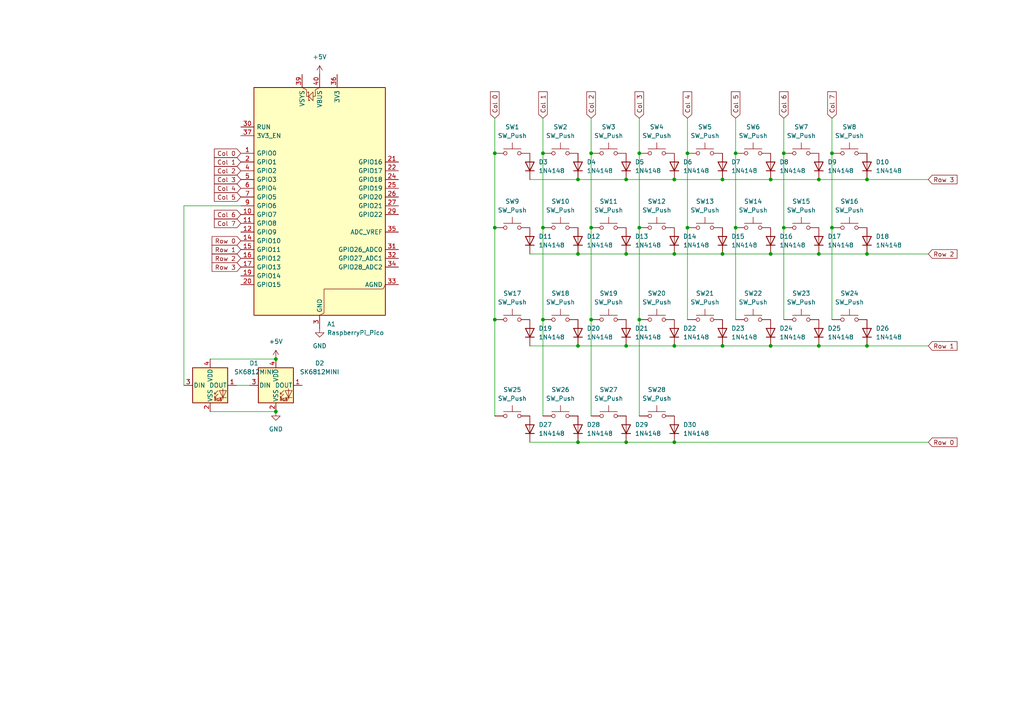
<source format=kicad_sch>
(kicad_sch (version 20250114) (generator "eeschema") (generator_version "9.0")
  (paper "A4")
  (lib_symbols
    (symbol "Diode:1N4148" (pin_numbers (hide yes)) (pin_names (hide yes))
      (property "Reference" "D" (at 0 2.54 0))
      (property "Value" "1N4148" (at 0 -2.54 0))
      (symbol "1N4148_0_1"
        (polyline (pts (xy -1.27 1.27) (xy -1.27 -1.27)) (stroke (width 0.254)))
        (polyline (pts (xy 1.27 1.27) (xy 1.27 -1.27) (xy -1.27 0) (xy 1.27 1.27)) (stroke (width 0.254)))
        (polyline (pts (xy 1.27 0) (xy -1.27 0)))
      )
      (symbol "1N4148_1_1"
        (pin passive line (at -3.81 0 0) (length 2.54) (name "K") (number "1"))
        (pin passive line (at 3.81 0 180) (length 2.54) (name "A") (number "2"))
      )
    )
    (symbol "LED:SK6812MINI" (pin_names (offset 0.254))
      (property "Reference" "D" (at 5.08 5.715 0))
      (property "Value" "SK6812MINI" (at 1.27 -5.715 0))
      (symbol "SK6812MINI_0_0"
        (text "RGB" (at 2.286 -4.191 0) (effects (font (size 0.762 0.762))))
      )
      (symbol "SK6812MINI_0_1"
        (polyline (pts (xy 1.27 -2.54) (xy 1.778 -2.54)))
        (polyline (pts (xy 1.27 -3.556) (xy 1.778 -3.556)))
        (polyline (pts (xy 2.286 -1.524) (xy 1.27 -2.54) (xy 1.27 -2.032)))
        (polyline (pts (xy 2.286 -2.54) (xy 1.27 -3.556) (xy 1.27 -3.048)))
        (polyline (pts (xy 3.683 -1.016) (xy 3.683 -3.556) (xy 3.683 -4.064)))
        (polyline (pts (xy 4.699 -1.524) (xy 2.667 -1.524) (xy 3.683 -3.556) (xy 4.699 -1.524)))
        (polyline (pts (xy 4.699 -3.556) (xy 2.667 -3.556)))
        (rectangle (start 5.08 5.08) (end -5.08 -5.08) (stroke (width 0.254)) (fill (type background)))
      )
      (symbol "SK6812MINI_1_1"
        (pin input line (at -7.62 0 0) (length 2.54) (name "DIN") (number "3"))
        (pin power_in line (at 0 7.62 270) (length 2.54) (name "VDD") (number "4"))
        (pin power_in line (at 0 -7.62 90) (length 2.54) (name "VSS") (number "2"))
        (pin output line (at 7.62 0 180) (length 2.54) (name "DOUT") (number "1"))
      )
    )
    (symbol "MCU_Module:RaspberryPi_Pico" (pin_names (offset 0.762))
      (property "Reference" "A" (at -19.05 35.56 0))
      (property "Value" "RaspberryPi_Pico" (at 7.62 35.56 0))
      (symbol "RaspberryPi_Pico_0_1"
        (rectangle (start -19.05 34.29) (end 19.05 -31.75) (stroke (width 0.254)) (fill (type background)))
        (polyline (pts (xy -5.08 34.29) (xy -3.81 33.655) (xy -3.81 31.75) (xy -3.175 31.75)))
        (polyline (pts (xy -3.429 32.766) (xy -3.429 33.02) (xy -3.175 33.02) (xy -3.175 30.48) (xy -2.921 30.48) (xy -2.921 30.734)))
        (polyline (pts (xy -3.175 31.75) (xy -1.905 33.02) (xy -1.905 30.48) (xy -3.175 31.75)))
        (polyline (pts (xy 0 34.29) (xy -1.27 33.655) (xy -1.27 31.75) (xy -1.905 31.75)))
        (polyline (pts (xy 0 -31.75) (xy 1.27 -31.115) (xy 1.27 -24.13) (xy 18.415 -24.13) (xy 19.05 -22.86)))
      )
      (symbol "RaspberryPi_Pico_1_1"
        (pin passive line (at -22.86 22.86 0) (length 3.81) (name "RUN") (number "30"))
        (pin passive line (at -22.86 20.32 0) (length 3.81) (name "3V3_EN") (number "37"))
        (pin bidirectional line (at -22.86 15.24 0) (length 3.81) (name "GPIO0") (number "1"))
        (pin bidirectional line (at -22.86 12.7 0) (length 3.81) (name "GPIO1") (number "2"))
        (pin bidirectional line (at -22.86 10.16 0) (length 3.81) (name "GPIO2") (number "4"))
        (pin bidirectional line (at -22.86 7.62 0) (length 3.81) (name "GPIO3") (number "5"))
        (pin bidirectional line (at -22.86 5.08 0) (length 3.81) (name "GPIO4") (number "6"))
        (pin bidirectional line (at -22.86 2.54 0) (length 3.81) (name "GPIO5") (number "7"))
        (pin bidirectional line (at -22.86 0 0) (length 3.81) (name "GPIO6") (number "9"))
        (pin bidirectional line (at -22.86 -2.54 0) (length 3.81) (name "GPIO7") (number "10"))
        (pin bidirectional line (at -22.86 -5.08 0) (length 3.81) (name "GPIO8") (number "11"))
        (pin bidirectional line (at -22.86 -7.62 0) (length 3.81) (name "GPIO9") (number "12"))
        (pin bidirectional line (at -22.86 -10.16 0) (length 3.81) (name "GPIO10") (number "14"))
        (pin bidirectional line (at -22.86 -12.7 0) (length 3.81) (name "GPIO11") (number "15"))
        (pin bidirectional line (at -22.86 -15.24 0) (length 3.81) (name "GPIO12") (number "16"))
        (pin bidirectional line (at -22.86 -17.78 0) (length 3.81) (name "GPIO13") (number "17"))
        (pin bidirectional line (at -22.86 -20.32 0) (length 3.81) (name "GPIO14") (number "19"))
        (pin bidirectional line (at -22.86 -22.86 0) (length 3.81) (name "GPIO15") (number "20"))
        (pin power_in line (at -5.08 38.1 270) (length 3.81) (name "VSYS") (number "39"))
        (pin power_out line (at 0 38.1 270) (length 3.81) (name "VBUS") (number "40"))
        (pin passive line (at 0 -35.56 90) (length 3.81) (hide yes) (name "GND") (number "13"))
        (pin passive line (at 0 -35.56 90) (length 3.81) (hide yes) (name "GND") (number "18"))
        (pin passive line (at 0 -35.56 90) (length 3.81) (hide yes) (name "GND") (number "23"))
        (pin passive line (at 0 -35.56 90) (length 3.81) (hide yes) (name "GND") (number "28"))
        (pin power_out line (at 0 -35.56 90) (length 3.81) (name "GND") (number "3"))
        (pin passive line (at 0 -35.56 90) (length 3.81) (hide yes) (name "GND") (number "38"))
        (pin passive line (at 0 -35.56 90) (length 3.81) (hide yes) (name "GND") (number "8"))
        (pin power_out line (at 5.08 38.1 270) (length 3.81) (name "3V3") (number "36"))
        (pin bidirectional line (at 22.86 12.7 180) (length 3.81) (name "GPIO16") (number "21"))
        (pin bidirectional line (at 22.86 10.16 180) (length 3.81) (name "GPIO17") (number "22"))
        (pin bidirectional line (at 22.86 7.62 180) (length 3.81) (name "GPIO18") (number "24"))
        (pin bidirectional line (at 22.86 5.08 180) (length 3.81) (name "GPIO19") (number "25"))
        (pin bidirectional line (at 22.86 2.54 180) (length 3.81) (name "GPIO20") (number "26"))
        (pin bidirectional line (at 22.86 0 180) (length 3.81) (name "GPIO21") (number "27"))
        (pin bidirectional line (at 22.86 -2.54 180) (length 3.81) (name "GPIO22") (number "29"))
        (pin power_in line (at 22.86 -7.62 180) (length 3.81) (name "ADC_VREF") (number "35"))
        (pin bidirectional line (at 22.86 -12.7 180) (length 3.81) (name "GPIO26_ADC0") (number "31"))
        (pin bidirectional line (at 22.86 -15.24 180) (length 3.81) (name "GPIO27_ADC1") (number "32"))
        (pin bidirectional line (at 22.86 -17.78 180) (length 3.81) (name "GPIO28_ADC2") (number "34"))
        (pin power_out line (at 22.86 -22.86 180) (length 3.81) (name "AGND") (number "33"))
      )
    )
    (symbol "Switch:SW_Push" (pin_numbers (hide yes)) (pin_names (offset 1.016) (hide yes))
      (property "Reference" "SW" (at 1.27 2.54 0))
      (property "Value" "SW_Push" (at 0 -1.524 0))
      (symbol "SW_Push_0_1"
        (circle (center -2.032 0) (radius 0.508))
        (polyline (pts (xy 0 1.27) (xy 0 3.048)))
        (circle (center 2.032 0) (radius 0.508))
        (polyline (pts (xy 2.54 1.27) (xy -2.54 1.27)))
        (pin passive line (at -5.08 0 0) (length 2.54) (name "1") (number "1"))
        (pin passive line (at 5.08 0 180) (length 2.54) (name "2") (number "2"))
      )
    )
    (symbol "power:+5V" (power) (pin_numbers (hide yes)) (pin_names (offset 0) (hide yes))
      (property "Value" "+5V" (at 0 3.556 0))
      (symbol "+5V_0_1"
        (polyline (pts (xy -0.762 1.27) (xy 0 2.54)))
        (polyline (pts (xy 0 2.54) (xy 0.762 1.27)))
        (polyline (pts (xy 0 0) (xy 0 2.54)))
      )
      (symbol "+5V_1_1"
        (pin power_in line (at 0 0 90) (length 0) (name "~") (number "1"))
      )
    )
    (symbol "power:GND" (power) (pin_numbers (hide yes)) (pin_names (offset 0) (hide yes))
      (property "Value" "GND" (at 0 -3.81 0))
      (symbol "GND_0_1"
        (polyline (pts (xy 0 0) (xy 0 -1.27) (xy 1.27 -1.27) (xy 0 -2.54) (xy -1.27 -1.27) (xy 0 -1.27)))
      )
      (symbol "GND_1_1"
        (pin power_in line (at 0 0 270) (length 0) (name "~") (number "1"))
      )
    )
  )
  (junction (at 181.61 100.33))
  (junction (at 157.48 44.45))
  (junction (at 209.55 52.07))
  (junction (at 223.52 52.07))
  (junction (at 157.48 92.71))
  (junction (at 237.49 52.07))
  (junction (at 167.64 100.33))
  (junction (at 171.45 66.04))
  (junction (at 223.52 73.66))
  (junction (at 209.55 100.33))
  (junction (at 167.64 73.66))
  (junction (at 213.36 66.04))
  (junction (at 199.39 66.04))
  (junction (at 167.64 128.27))
  (junction (at 80.01 104.14))
  (junction (at 167.64 52.07))
  (junction (at 241.3 66.04))
  (junction (at 227.33 44.45))
  (junction (at 195.58 52.07))
  (junction (at 181.61 128.27))
  (junction (at 199.39 44.45))
  (junction (at 185.42 44.45))
  (junction (at 195.58 73.66))
  (junction (at 143.51 44.45))
  (junction (at 143.51 66.04))
  (junction (at 157.48 66.04))
  (junction (at 237.49 100.33))
  (junction (at 195.58 100.33))
  (junction (at 251.46 52.07))
  (junction (at 185.42 66.04))
  (junction (at 241.3 44.45))
  (junction (at 171.45 44.45))
  (junction (at 181.61 52.07))
  (junction (at 251.46 73.66))
  (junction (at 80.01 119.38))
  (junction (at 213.36 44.45))
  (junction (at 143.51 92.71))
  (junction (at 237.49 73.66))
  (junction (at 195.58 128.27))
  (junction (at 227.33 66.04))
  (junction (at 185.42 92.71))
  (junction (at 251.46 100.33))
  (junction (at 223.52 100.33))
  (junction (at 209.55 73.66))
  (junction (at 181.61 73.66))
  (junction (at 171.45 92.71))
  (wire (pts (xy 53.34 59.69) (xy 69.85 59.69)))
  (wire (pts (xy 227.33 66.04) (xy 227.33 92.71)))
  (wire (pts (xy 209.55 73.66) (xy 223.52 73.66)))
  (wire (pts (xy 251.46 100.33) (xy 269.24 100.33)))
  (wire (pts (xy 195.58 73.66) (xy 209.55 73.66)))
  (wire (pts (xy 223.52 52.07) (xy 237.49 52.07)))
  (wire (pts (xy 199.39 44.45) (xy 199.39 66.04)))
  (wire (pts (xy 209.55 52.07) (xy 223.52 52.07)))
  (wire (pts (xy 171.45 92.71) (xy 171.45 120.65)))
  (wire (pts (xy 60.96 104.14) (xy 80.01 104.14)))
  (wire (pts (xy 143.51 92.71) (xy 143.51 120.65)))
  (wire (pts (xy 199.39 34.29) (xy 199.39 44.45)))
  (wire (pts (xy 241.3 44.45) (xy 241.3 66.04)))
  (wire (pts (xy 199.39 66.04) (xy 199.39 92.71)))
  (wire (pts (xy 53.34 111.76) (xy 53.34 59.69)))
  (wire (pts (xy 157.48 44.45) (xy 157.48 66.04)))
  (wire (pts (xy 251.46 73.66) (xy 269.24 73.66)))
  (wire (pts (xy 181.61 100.33) (xy 195.58 100.33)))
  (wire (pts (xy 213.36 66.04) (xy 213.36 92.71)))
  (wire (pts (xy 209.55 100.33) (xy 223.52 100.33)))
  (wire (pts (xy 171.45 44.45) (xy 171.45 66.04)))
  (wire (pts (xy 227.33 34.29) (xy 227.33 44.45)))
  (wire (pts (xy 171.45 34.29) (xy 171.45 44.45)))
  (wire (pts (xy 241.3 34.29) (xy 241.3 44.45)))
  (wire (pts (xy 227.33 44.45) (xy 227.33 66.04)))
  (wire (pts (xy 185.42 66.04) (xy 185.42 92.71)))
  (wire (pts (xy 237.49 52.07) (xy 251.46 52.07)))
  (wire (pts (xy 153.67 100.33) (xy 167.64 100.33)))
  (wire (pts (xy 68.58 111.76) (xy 72.39 111.76)))
  (wire (pts (xy 181.61 73.66) (xy 195.58 73.66)))
  (wire (pts (xy 157.48 66.04) (xy 157.48 92.71)))
  (wire (pts (xy 157.48 92.71) (xy 157.48 120.65)))
  (wire (pts (xy 157.48 34.29) (xy 157.48 44.45)))
  (wire (pts (xy 143.51 66.04) (xy 143.51 92.71)))
  (wire (pts (xy 143.51 34.29) (xy 143.51 44.45)))
  (wire (pts (xy 143.51 44.45) (xy 143.51 66.04)))
  (wire (pts (xy 181.61 52.07) (xy 195.58 52.07)))
  (wire (pts (xy 167.64 73.66) (xy 181.61 73.66)))
  (wire (pts (xy 213.36 44.45) (xy 213.36 66.04)))
  (wire (pts (xy 195.58 52.07) (xy 209.55 52.07)))
  (wire (pts (xy 185.42 44.45) (xy 185.42 66.04)))
  (wire (pts (xy 223.52 100.33) (xy 237.49 100.33)))
  (wire (pts (xy 237.49 73.66) (xy 251.46 73.66)))
  (wire (pts (xy 223.52 73.66) (xy 237.49 73.66)))
  (wire (pts (xy 153.67 128.27) (xy 167.64 128.27)))
  (wire (pts (xy 60.96 119.38) (xy 80.01 119.38)))
  (wire (pts (xy 185.42 34.29) (xy 185.42 44.45)))
  (wire (pts (xy 167.64 52.07) (xy 181.61 52.07)))
  (wire (pts (xy 167.64 100.33) (xy 181.61 100.33)))
  (wire (pts (xy 195.58 128.27) (xy 269.24 128.27)))
  (wire (pts (xy 213.36 34.29) (xy 213.36 44.45)))
  (wire (pts (xy 251.46 52.07) (xy 269.24 52.07)))
  (wire (pts (xy 171.45 66.04) (xy 171.45 92.71)))
  (wire (pts (xy 153.67 52.07) (xy 167.64 52.07)))
  (wire (pts (xy 195.58 100.33) (xy 209.55 100.33)))
  (wire (pts (xy 181.61 128.27) (xy 195.58 128.27)))
  (wire (pts (xy 185.42 92.71) (xy 185.42 120.65)))
  (wire (pts (xy 237.49 100.33) (xy 251.46 100.33)))
  (wire (pts (xy 167.64 128.27) (xy 181.61 128.27)))
  (wire (pts (xy 153.67 73.66) (xy 167.64 73.66)))
  (wire (pts (xy 241.3 66.04) (xy 241.3 92.71)))
  (global_label "Col 6" (shape input) (at 227.33 34.29 90) (property "Intersheetrefs" "${INTERSHEET_REFS}" (effects (hide yes))))
  (global_label "Col 5" (shape input) (at 213.36 34.29 90) (property "Intersheetrefs" "${INTERSHEET_REFS}" (effects (hide yes))))
  (global_label "Row 3" (shape input) (at 269.24 52.07 0) (property "Intersheetrefs" "${INTERSHEET_REFS}" (effects (hide yes))))
  (global_label "Col 7" (shape input) (at 69.85 64.77 180) (property "Intersheetrefs" "${INTERSHEET_REFS}" (effects (hide yes))))
  (global_label "Col 6" (shape input) (at 69.85 62.23 180) (property "Intersheetrefs" "${INTERSHEET_REFS}" (effects (hide yes))))
  (global_label "Col 4" (shape input) (at 199.39 34.29 90) (property "Intersheetrefs" "${INTERSHEET_REFS}" (effects (hide yes))))
  (global_label "Row 1" (shape input) (at 269.24 100.33 0) (property "Intersheetrefs" "${INTERSHEET_REFS}" (effects (hide yes))))
  (global_label "Row 1" (shape input) (at 69.85 72.39 180) (property "Intersheetrefs" "${INTERSHEET_REFS}" (effects (hide yes))))
  (global_label "Col 1" (shape input) (at 69.85 46.99 180) (property "Intersheetrefs" "${INTERSHEET_REFS}" (effects (hide yes))))
  (global_label "Col 4" (shape input) (at 69.85 54.61 180) (property "Intersheetrefs" "${INTERSHEET_REFS}" (effects (hide yes))))
  (global_label "Col 0" (shape input) (at 69.85 44.45 180) (property "Intersheetrefs" "${INTERSHEET_REFS}" (effects (hide yes))))
  (global_label "Row 0" (shape input) (at 269.24 128.27 0) (property "Intersheetrefs" "${INTERSHEET_REFS}" (effects (hide yes))))
  (global_label "Col 3" (shape input) (at 185.42 34.29 90) (property "Intersheetrefs" "${INTERSHEET_REFS}" (effects (hide yes))))
  (global_label "Col 5" (shape input) (at 69.85 57.15 180) (property "Intersheetrefs" "${INTERSHEET_REFS}" (effects (hide yes))))
  (global_label "Col 2" (shape input) (at 69.85 49.53 180) (property "Intersheetrefs" "${INTERSHEET_REFS}" (effects (hide yes))))
  (global_label "Col 7" (shape input) (at 241.3 34.29 90) (property "Intersheetrefs" "${INTERSHEET_REFS}" (effects (hide yes))))
  (global_label "Col 2" (shape input) (at 171.45 34.29 90) (property "Intersheetrefs" "${INTERSHEET_REFS}" (effects (hide yes))))
  (global_label "Row 3" (shape input) (at 69.85 77.47 180) (property "Intersheetrefs" "${INTERSHEET_REFS}" (effects (hide yes))))
  (global_label "Col 3" (shape input) (at 69.85 52.07 180) (property "Intersheetrefs" "${INTERSHEET_REFS}" (effects (hide yes))))
  (global_label "Row 0" (shape input) (at 69.85 69.85 180) (property "Intersheetrefs" "${INTERSHEET_REFS}" (effects (hide yes))))
  (global_label "Row 2" (shape input) (at 69.85 74.93 180) (property "Intersheetrefs" "${INTERSHEET_REFS}" (effects (hide yes))))
  (global_label "Row 2" (shape input) (at 269.24 73.66 0) (property "Intersheetrefs" "${INTERSHEET_REFS}" (effects (hide yes))))
  (global_label "Col 1" (shape input) (at 157.48 34.29 90) (property "Intersheetrefs" "${INTERSHEET_REFS}" (effects (hide yes))))
  (global_label "Col 0" (shape input) (at 143.51 34.29 90) (property "Intersheetrefs" "${INTERSHEET_REFS}" (effects (hide yes))))
  (symbol (lib_id "Switch:SW_Push") (at 204.47 66.04 0) (unit 1)
    (property "Reference" "SW13" (at 204.47 58.42 0))
    (property "Value" "SW_Push" (at 204.47 60.96 0))
    (property "Footprint" "Button_Switch_Keyboard:SW_Cherry_MX_1.00u_PCB" (effects (hide yes)))
    (property "Description" "Push button switch, generic, two pins" (effects (hide yes)))
  )
  (symbol (lib_id "Diode:1N4148") (at 195.58 96.52 90) (unit 1)
    (property "Reference" "D22" (at 198.12 95.2499 90) (effects (justify right)))
    (property "Value" "1N4148" (at 198.12 97.7899 90) (effects (justify right)))
    (property "Footprint" "Diode_THT:D_DO-35_SOD27_P7.62mm_Horizontal" (effects (hide yes)))
    (property "Datasheet" "https://assets.nexperia.com/documents/data-sheet/1N4148_1N4448.pdf" (effects (hide yes)))
    (property "Description" "100V 0.15A standard switching diode, DO-35" (effects (hide yes)))
    (property "Sim.Device" "D" (effects (hide yes)))
    (property "Sim.Pins" "1=K 2=A" (effects (hide yes)))
  )
  (symbol (lib_id "Switch:SW_Push") (at 232.41 66.04 0) (unit 1)
    (property "Reference" "SW15" (at 232.41 58.42 0))
    (property "Value" "SW_Push" (at 232.41 60.96 0))
    (property "Footprint" "Button_Switch_Keyboard:SW_Cherry_MX_1.00u_PCB" (effects (hide yes)))
    (property "Description" "Push button switch, generic, two pins" (effects (hide yes)))
  )
  (symbol (lib_id "Diode:1N4148") (at 251.46 96.52 90) (unit 1)
    (property "Reference" "D26" (at 254 95.2499 90) (effects (justify right)))
    (property "Value" "1N4148" (at 254 97.7899 90) (effects (justify right)))
    (property "Footprint" "Diode_THT:D_DO-35_SOD27_P7.62mm_Horizontal" (effects (hide yes)))
    (property "Datasheet" "https://assets.nexperia.com/documents/data-sheet/1N4148_1N4448.pdf" (effects (hide yes)))
    (property "Description" "100V 0.15A standard switching diode, DO-35" (effects (hide yes)))
    (property "Sim.Device" "D" (effects (hide yes)))
    (property "Sim.Pins" "1=K 2=A" (effects (hide yes)))
  )
  (symbol (lib_id "Diode:1N4148") (at 223.52 69.85 90) (unit 1)
    (property "Reference" "D16" (at 226.06 68.5799 90) (effects (justify right)))
    (property "Value" "1N4148" (at 226.06 71.1199 90) (effects (justify right)))
    (property "Footprint" "Diode_THT:D_DO-35_SOD27_P7.62mm_Horizontal" (effects (hide yes)))
    (property "Datasheet" "https://assets.nexperia.com/documents/data-sheet/1N4148_1N4448.pdf" (effects (hide yes)))
    (property "Description" "100V 0.15A standard switching diode, DO-35" (effects (hide yes)))
    (property "Sim.Device" "D" (effects (hide yes)))
    (property "Sim.Pins" "1=K 2=A" (effects (hide yes)))
  )
  (symbol (lib_id "Switch:SW_Push") (at 148.59 44.45 0) (unit 1)
    (property "Reference" "SW1" (at 148.59 36.83 0))
    (property "Value" "SW_Push" (at 148.59 39.37 0))
    (property "Footprint" "Button_Switch_Keyboard:SW_Cherry_MX_1.00u_PCB" (effects (hide yes)))
    (property "Description" "Push button switch, generic, two pins" (effects (hide yes)))
  )
  (symbol (lib_id "Switch:SW_Push") (at 176.53 92.71 0) (unit 1)
    (property "Reference" "SW19" (at 176.53 85.09 0))
    (property "Value" "SW_Push" (at 176.53 87.63 0))
    (property "Footprint" "Button_Switch_Keyboard:SW_Cherry_MX_1.00u_PCB" (effects (hide yes)))
    (property "Description" "Push button switch, generic, two pins" (effects (hide yes)))
  )
  (symbol (lib_id "Switch:SW_Push") (at 162.56 44.45 0) (unit 1)
    (property "Reference" "SW2" (at 162.56 36.83 0))
    (property "Value" "SW_Push" (at 162.56 39.37 0))
    (property "Footprint" "Button_Switch_Keyboard:SW_Cherry_MX_1.00u_PCB" (effects (hide yes)))
    (property "Description" "Push button switch, generic, two pins" (effects (hide yes)))
  )
  (symbol (lib_id "Diode:1N4148") (at 181.61 96.52 90) (unit 1)
    (property "Reference" "D21" (at 184.15 95.2499 90) (effects (justify right)))
    (property "Value" "1N4148" (at 184.15 97.7899 90) (effects (justify right)))
    (property "Footprint" "Diode_THT:D_DO-35_SOD27_P7.62mm_Horizontal" (effects (hide yes)))
    (property "Datasheet" "https://assets.nexperia.com/documents/data-sheet/1N4148_1N4448.pdf" (effects (hide yes)))
    (property "Description" "100V 0.15A standard switching diode, DO-35" (effects (hide yes)))
    (property "Sim.Device" "D" (effects (hide yes)))
    (property "Sim.Pins" "1=K 2=A" (effects (hide yes)))
  )
  (symbol (lib_id "MCU_Module:RaspberryPi_Pico") (at 92.71 59.69 0) (unit 1)
    (property "Reference" "A1" (at 94.8533 93.98 0) (effects (justify left)))
    (property "Value" "RaspberryPi_Pico" (at 94.8533 96.52 0) (effects (justify left)))
    (property "Footprint" "Module:RaspberryPi_Pico_Common_Unspecified" (effects (hide yes)))
    (property "Datasheet" "https://datasheets.raspberrypi.com/pico/pico-datasheet.pdf" (effects (hide yes)))
    (property "Description" "Versatile and inexpensive microcontroller module powered by RP2040 dual-core Arm Cortex-M0+ processor up to 133 MHz, 264kB SRAM, 2MB QSPI flash; also supports Raspberry Pi Pico 2" (effects (hide yes)))
  )
  (symbol (lib_id "power:GND") (at 92.71 95.25 0) (unit 1)
    (property "Reference" "#PWR03" (effects (hide yes)))
    (property "Value" "GND" (at 92.71 100.33 0))
    (property "Description" "Power symbol creates a global label with name \"GND\" , ground" (effects (hide yes)))
  )
  (symbol (lib_id "Diode:1N4148") (at 209.55 69.85 90) (unit 1)
    (property "Reference" "D15" (at 212.09 68.5799 90) (effects (justify right)))
    (property "Value" "1N4148" (at 212.09 71.1199 90) (effects (justify right)))
    (property "Footprint" "Diode_THT:D_DO-35_SOD27_P7.62mm_Horizontal" (effects (hide yes)))
    (property "Datasheet" "https://assets.nexperia.com/documents/data-sheet/1N4148_1N4448.pdf" (effects (hide yes)))
    (property "Description" "100V 0.15A standard switching diode, DO-35" (effects (hide yes)))
    (property "Sim.Device" "D" (effects (hide yes)))
    (property "Sim.Pins" "1=K 2=A" (effects (hide yes)))
  )
  (symbol (lib_id "Switch:SW_Push") (at 162.56 120.65 0) (unit 1)
    (property "Reference" "SW26" (at 162.56 113.03 0))
    (property "Value" "SW_Push" (at 162.56 115.57 0))
    (property "Footprint" "Button_Switch_Keyboard:SW_Cherry_MX_1.00u_PCB" (effects (hide yes)))
    (property "Description" "Push button switch, generic, two pins" (effects (hide yes)))
  )
  (symbol (lib_id "Diode:1N4148") (at 209.55 48.26 90) (unit 1)
    (property "Reference" "D7" (at 212.09 46.9899 90) (effects (justify right)))
    (property "Value" "1N4148" (at 212.09 49.5299 90) (effects (justify right)))
    (property "Footprint" "Diode_THT:D_DO-35_SOD27_P7.62mm_Horizontal" (effects (hide yes)))
    (property "Datasheet" "https://assets.nexperia.com/documents/data-sheet/1N4148_1N4448.pdf" (effects (hide yes)))
    (property "Description" "100V 0.15A standard switching diode, DO-35" (effects (hide yes)))
    (property "Sim.Device" "D" (effects (hide yes)))
    (property "Sim.Pins" "1=K 2=A" (effects (hide yes)))
  )
  (symbol (lib_id "Diode:1N4148") (at 167.64 69.85 90) (unit 1)
    (property "Reference" "D12" (at 170.18 68.5799 90) (effects (justify right)))
    (property "Value" "1N4148" (at 170.18 71.1199 90) (effects (justify right)))
    (property "Footprint" "Diode_THT:D_DO-35_SOD27_P7.62mm_Horizontal" (effects (hide yes)))
    (property "Datasheet" "https://assets.nexperia.com/documents/data-sheet/1N4148_1N4448.pdf" (effects (hide yes)))
    (property "Description" "100V 0.15A standard switching diode, DO-35" (effects (hide yes)))
    (property "Sim.Device" "D" (effects (hide yes)))
    (property "Sim.Pins" "1=K 2=A" (effects (hide yes)))
  )
  (symbol (lib_id "Switch:SW_Push") (at 190.5 44.45 0) (unit 1)
    (property "Reference" "SW4" (at 190.5 36.83 0))
    (property "Value" "SW_Push" (at 190.5 39.37 0))
    (property "Footprint" "Button_Switch_Keyboard:SW_Cherry_MX_1.00u_PCB" (effects (hide yes)))
    (property "Description" "Push button switch, generic, two pins" (effects (hide yes)))
  )
  (symbol (lib_id "Diode:1N4148") (at 223.52 96.52 90) (unit 1)
    (property "Reference" "D24" (at 226.06 95.2499 90) (effects (justify right)))
    (property "Value" "1N4148" (at 226.06 97.7899 90) (effects (justify right)))
    (property "Footprint" "Diode_THT:D_DO-35_SOD27_P7.62mm_Horizontal" (effects (hide yes)))
    (property "Datasheet" "https://assets.nexperia.com/documents/data-sheet/1N4148_1N4448.pdf" (effects (hide yes)))
    (property "Description" "100V 0.15A standard switching diode, DO-35" (effects (hide yes)))
    (property "Sim.Device" "D" (effects (hide yes)))
    (property "Sim.Pins" "1=K 2=A" (effects (hide yes)))
  )
  (symbol (lib_id "Diode:1N4148") (at 195.58 124.46 90) (unit 1)
    (property "Reference" "D30" (at 198.12 123.1899 90) (effects (justify right)))
    (property "Value" "1N4148" (at 198.12 125.7299 90) (effects (justify right)))
    (property "Footprint" "Diode_THT:D_DO-35_SOD27_P7.62mm_Horizontal" (effects (hide yes)))
    (property "Datasheet" "https://assets.nexperia.com/documents/data-sheet/1N4148_1N4448.pdf" (effects (hide yes)))
    (property "Description" "100V 0.15A standard switching diode, DO-35" (effects (hide yes)))
    (property "Sim.Device" "D" (effects (hide yes)))
    (property "Sim.Pins" "1=K 2=A" (effects (hide yes)))
  )
  (symbol (lib_id "LED:SK6812MINI") (at 80.01 111.76 0) (unit 1)
    (property "Reference" "D2" (at 92.71 105.3398 0))
    (property "Value" "SK6812MINI" (at 92.71 107.8798 0))
    (property "Footprint" "LED_SMD:LED_SK6812MINI_PLCC4_3.5x3.5mm_P1.75mm" (effects (hide yes)))
    (property "Datasheet" "https://cdn-shop.adafruit.com/product-files/2686/SK6812MINI_REV.01-1-2.pdf" (effects (hide yes)))
    (property "Description" "RGB LED with integrated controller" (effects (hide yes)))
  )
  (symbol (lib_id "Switch:SW_Push") (at 162.56 92.71 0) (unit 1)
    (property "Reference" "SW18" (at 162.56 85.09 0))
    (property "Value" "SW_Push" (at 162.56 87.63 0))
    (property "Footprint" "Button_Switch_Keyboard:SW_Cherry_MX_1.00u_PCB" (effects (hide yes)))
    (property "Description" "Push button switch, generic, two pins" (effects (hide yes)))
  )
  (symbol (lib_id "Diode:1N4148") (at 181.61 124.46 90) (unit 1)
    (property "Reference" "D29" (at 184.15 123.1899 90) (effects (justify right)))
    (property "Value" "1N4148" (at 184.15 125.7299 90) (effects (justify right)))
    (property "Footprint" "Diode_THT:D_DO-35_SOD27_P7.62mm_Horizontal" (effects (hide yes)))
    (property "Datasheet" "https://assets.nexperia.com/documents/data-sheet/1N4148_1N4448.pdf" (effects (hide yes)))
    (property "Description" "100V 0.15A standard switching diode, DO-35" (effects (hide yes)))
    (property "Sim.Device" "D" (effects (hide yes)))
    (property "Sim.Pins" "1=K 2=A" (effects (hide yes)))
  )
  (symbol (lib_id "Switch:SW_Push") (at 246.38 66.04 0) (unit 1)
    (property "Reference" "SW16" (at 246.38 58.42 0))
    (property "Value" "SW_Push" (at 246.38 60.96 0))
    (property "Footprint" "Button_Switch_Keyboard:SW_Cherry_MX_1.00u_PCB" (effects (hide yes)))
    (property "Description" "Push button switch, generic, two pins" (effects (hide yes)))
  )
  (symbol (lib_id "Switch:SW_Push") (at 204.47 44.45 0) (unit 1)
    (property "Reference" "SW5" (at 204.47 36.83 0))
    (property "Value" "SW_Push" (at 204.47 39.37 0))
    (property "Footprint" "Button_Switch_Keyboard:SW_Cherry_MX_1.00u_PCB" (effects (hide yes)))
    (property "Description" "Push button switch, generic, two pins" (effects (hide yes)))
  )
  (symbol (lib_id "Diode:1N4148") (at 223.52 48.26 90) (unit 1)
    (property "Reference" "D8" (at 226.06 46.9899 90) (effects (justify right)))
    (property "Value" "1N4148" (at 226.06 49.5299 90) (effects (justify right)))
    (property "Footprint" "Diode_THT:D_DO-35_SOD27_P7.62mm_Horizontal" (effects (hide yes)))
    (property "Datasheet" "https://assets.nexperia.com/documents/data-sheet/1N4148_1N4448.pdf" (effects (hide yes)))
    (property "Description" "100V 0.15A standard switching diode, DO-35" (effects (hide yes)))
    (property "Sim.Device" "D" (effects (hide yes)))
    (property "Sim.Pins" "1=K 2=A" (effects (hide yes)))
  )
  (symbol (lib_id "power:+5V") (at 92.71 21.59 0) (unit 1)
    (property "Reference" "#PWR04" (effects (hide yes)))
    (property "Value" "+5V" (at 92.71 16.51 0))
    (property "Description" "Power symbol creates a global label with name \"+5V\"" (effects (hide yes)))
  )
  (symbol (lib_id "Switch:SW_Push") (at 162.56 66.04 0) (unit 1)
    (property "Reference" "SW10" (at 162.56 58.42 0))
    (property "Value" "SW_Push" (at 162.56 60.96 0))
    (property "Footprint" "Button_Switch_Keyboard:SW_Cherry_MX_1.00u_PCB" (effects (hide yes)))
    (property "Description" "Push button switch, generic, two pins" (effects (hide yes)))
  )
  (symbol (lib_id "Switch:SW_Push") (at 190.5 120.65 0) (unit 1)
    (property "Reference" "SW28" (at 190.5 113.03 0))
    (property "Value" "SW_Push" (at 190.5 115.57 0))
    (property "Footprint" "Button_Switch_Keyboard:SW_Cherry_MX_1.00u_PCB" (effects (hide yes)))
    (property "Description" "Push button switch, generic, two pins" (effects (hide yes)))
  )
  (symbol (lib_id "Switch:SW_Push") (at 190.5 92.71 0) (unit 1)
    (property "Reference" "SW20" (at 190.5 85.09 0))
    (property "Value" "SW_Push" (at 190.5 87.63 0))
    (property "Footprint" "Button_Switch_Keyboard:SW_Cherry_MX_1.00u_PCB" (effects (hide yes)))
    (property "Description" "Push button switch, generic, two pins" (effects (hide yes)))
  )
  (symbol (lib_id "Switch:SW_Push") (at 148.59 92.71 0) (unit 1)
    (property "Reference" "SW17" (at 148.59 85.09 0))
    (property "Value" "SW_Push" (at 148.59 87.63 0))
    (property "Footprint" "Button_Switch_Keyboard:SW_Cherry_MX_1.00u_PCB" (effects (hide yes)))
    (property "Description" "Push button switch, generic, two pins" (effects (hide yes)))
  )
  (symbol (lib_id "Switch:SW_Push") (at 176.53 44.45 0) (unit 1)
    (property "Reference" "SW3" (at 176.53 36.83 0))
    (property "Value" "SW_Push" (at 176.53 39.37 0))
    (property "Footprint" "Button_Switch_Keyboard:SW_Cherry_MX_1.00u_PCB" (effects (hide yes)))
    (property "Description" "Push button switch, generic, two pins" (effects (hide yes)))
  )
  (symbol (lib_id "Diode:1N4148") (at 153.67 69.85 90) (unit 1)
    (property "Reference" "D11" (at 156.21 68.5799 90) (effects (justify right)))
    (property "Value" "1N4148" (at 156.21 71.1199 90) (effects (justify right)))
    (property "Footprint" "Diode_THT:D_DO-35_SOD27_P7.62mm_Horizontal" (effects (hide yes)))
    (property "Datasheet" "https://assets.nexperia.com/documents/data-sheet/1N4148_1N4448.pdf" (effects (hide yes)))
    (property "Description" "100V 0.15A standard switching diode, DO-35" (effects (hide yes)))
    (property "Sim.Device" "D" (effects (hide yes)))
    (property "Sim.Pins" "1=K 2=A" (effects (hide yes)))
  )
  (symbol (lib_id "Switch:SW_Push") (at 218.44 92.71 0) (unit 1)
    (property "Reference" "SW22" (at 218.44 85.09 0))
    (property "Value" "SW_Push" (at 218.44 87.63 0))
    (property "Footprint" "Button_Switch_Keyboard:SW_Cherry_MX_1.00u_PCB" (effects (hide yes)))
    (property "Description" "Push button switch, generic, two pins" (effects (hide yes)))
  )
  (symbol (lib_id "Switch:SW_Push") (at 246.38 44.45 0) (unit 1)
    (property "Reference" "SW8" (at 246.38 36.83 0))
    (property "Value" "SW_Push" (at 246.38 39.37 0))
    (property "Footprint" "Button_Switch_Keyboard:SW_Cherry_MX_1.00u_PCB" (effects (hide yes)))
    (property "Description" "Push button switch, generic, two pins" (effects (hide yes)))
  )
  (symbol (lib_id "Diode:1N4148") (at 209.55 96.52 90) (unit 1)
    (property "Reference" "D23" (at 212.09 95.2499 90) (effects (justify right)))
    (property "Value" "1N4148" (at 212.09 97.7899 90) (effects (justify right)))
    (property "Footprint" "Diode_THT:D_DO-35_SOD27_P7.62mm_Horizontal" (effects (hide yes)))
    (property "Datasheet" "https://assets.nexperia.com/documents/data-sheet/1N4148_1N4448.pdf" (effects (hide yes)))
    (property "Description" "100V 0.15A standard switching diode, DO-35" (effects (hide yes)))
    (property "Sim.Device" "D" (effects (hide yes)))
    (property "Sim.Pins" "1=K 2=A" (effects (hide yes)))
  )
  (symbol (lib_id "Diode:1N4148") (at 251.46 69.85 90) (unit 1)
    (property "Reference" "D18" (at 254 68.5799 90) (effects (justify right)))
    (property "Value" "1N4148" (at 254 71.1199 90) (effects (justify right)))
    (property "Footprint" "Diode_THT:D_DO-35_SOD27_P7.62mm_Horizontal" (effects (hide yes)))
    (property "Datasheet" "https://assets.nexperia.com/documents/data-sheet/1N4148_1N4448.pdf" (effects (hide yes)))
    (property "Description" "100V 0.15A standard switching diode, DO-35" (effects (hide yes)))
    (property "Sim.Device" "D" (effects (hide yes)))
    (property "Sim.Pins" "1=K 2=A" (effects (hide yes)))
  )
  (symbol (lib_id "Diode:1N4148") (at 237.49 96.52 90) (unit 1)
    (property "Reference" "D25" (at 240.03 95.2499 90) (effects (justify right)))
    (property "Value" "1N4148" (at 240.03 97.7899 90) (effects (justify right)))
    (property "Footprint" "Diode_THT:D_DO-35_SOD27_P7.62mm_Horizontal" (effects (hide yes)))
    (property "Datasheet" "https://assets.nexperia.com/documents/data-sheet/1N4148_1N4448.pdf" (effects (hide yes)))
    (property "Description" "100V 0.15A standard switching diode, DO-35" (effects (hide yes)))
    (property "Sim.Device" "D" (effects (hide yes)))
    (property "Sim.Pins" "1=K 2=A" (effects (hide yes)))
  )
  (symbol (lib_id "Switch:SW_Push") (at 148.59 120.65 0) (unit 1)
    (property "Reference" "SW25" (at 148.59 113.03 0))
    (property "Value" "SW_Push" (at 148.59 115.57 0))
    (property "Footprint" "Button_Switch_Keyboard:SW_Cherry_MX_1.00u_PCB" (effects (hide yes)))
    (property "Description" "Push button switch, generic, two pins" (effects (hide yes)))
  )
  (symbol (lib_id "Switch:SW_Push") (at 218.44 66.04 0) (unit 1)
    (property "Reference" "SW14" (at 218.44 58.42 0))
    (property "Value" "SW_Push" (at 218.44 60.96 0))
    (property "Footprint" "Button_Switch_Keyboard:SW_Cherry_MX_1.00u_PCB" (effects (hide yes)))
    (property "Description" "Push button switch, generic, two pins" (effects (hide yes)))
  )
  (symbol (lib_id "Switch:SW_Push") (at 176.53 120.65 0) (unit 1)
    (property "Reference" "SW27" (at 176.53 113.03 0))
    (property "Value" "SW_Push" (at 176.53 115.57 0))
    (property "Footprint" "Button_Switch_Keyboard:SW_Cherry_MX_1.00u_PCB" (effects (hide yes)))
    (property "Description" "Push button switch, generic, two pins" (effects (hide yes)))
  )
  (symbol (lib_id "LED:SK6812MINI") (at 60.96 111.76 0) (unit 1)
    (property "Reference" "D1" (at 73.66 105.3398 0))
    (property "Value" "SK6812MINI" (at 73.66 107.8798 0))
    (property "Footprint" "LED_SMD:LED_SK6812MINI_PLCC4_3.5x3.5mm_P1.75mm" (effects (hide yes)))
    (property "Datasheet" "https://cdn-shop.adafruit.com/product-files/2686/SK6812MINI_REV.01-1-2.pdf" (effects (hide yes)))
    (property "Description" "RGB LED with integrated controller" (effects (hide yes)))
  )
  (symbol (lib_id "Switch:SW_Push") (at 190.5 66.04 0) (unit 1)
    (property "Reference" "SW12" (at 190.5 58.42 0))
    (property "Value" "SW_Push" (at 190.5 60.96 0))
    (property "Footprint" "Button_Switch_Keyboard:SW_Cherry_MX_1.00u_PCB" (effects (hide yes)))
    (property "Description" "Push button switch, generic, two pins" (effects (hide yes)))
  )
  (symbol (lib_id "Diode:1N4148") (at 153.67 96.52 90) (unit 1)
    (property "Reference" "D19" (at 156.21 95.2499 90) (effects (justify right)))
    (property "Value" "1N4148" (at 156.21 97.7899 90) (effects (justify right)))
    (property "Footprint" "Diode_THT:D_DO-35_SOD27_P7.62mm_Horizontal" (effects (hide yes)))
    (property "Datasheet" "https://assets.nexperia.com/documents/data-sheet/1N4148_1N4448.pdf" (effects (hide yes)))
    (property "Description" "100V 0.15A standard switching diode, DO-35" (effects (hide yes)))
    (property "Sim.Device" "D" (effects (hide yes)))
    (property "Sim.Pins" "1=K 2=A" (effects (hide yes)))
  )
  (symbol (lib_id "power:+5V") (at 80.01 104.14 0) (unit 1)
    (property "Reference" "#PWR012" (effects (hide yes)))
    (property "Value" "+5V" (at 80.01 99.06 0))
    (property "Description" "Power symbol creates a global label with name \"+5V\"" (effects (hide yes)))
  )
  (symbol (lib_id "Switch:SW_Push") (at 148.59 66.04 0) (unit 1)
    (property "Reference" "SW9" (at 148.59 58.42 0))
    (property "Value" "SW_Push" (at 148.59 60.96 0))
    (property "Footprint" "Button_Switch_Keyboard:SW_Cherry_MX_1.00u_PCB" (effects (hide yes)))
    (property "Description" "Push button switch, generic, two pins" (effects (hide yes)))
  )
  (symbol (lib_id "Diode:1N4148") (at 167.64 48.26 90) (unit 1)
    (property "Reference" "D4" (at 170.18 46.9899 90) (effects (justify right)))
    (property "Value" "1N4148" (at 170.18 49.5299 90) (effects (justify right)))
    (property "Footprint" "Diode_THT:D_DO-35_SOD27_P7.62mm_Horizontal" (effects (hide yes)))
    (property "Datasheet" "https://assets.nexperia.com/documents/data-sheet/1N4148_1N4448.pdf" (effects (hide yes)))
    (property "Description" "100V 0.15A standard switching diode, DO-35" (effects (hide yes)))
    (property "Sim.Device" "D" (effects (hide yes)))
    (property "Sim.Pins" "1=K 2=A" (effects (hide yes)))
  )
  (symbol (lib_id "Diode:1N4148") (at 153.67 48.26 90) (unit 1)
    (property "Reference" "D3" (at 156.21 46.9899 90) (effects (justify right)))
    (property "Value" "1N4148" (at 156.21 49.5299 90) (effects (justify right)))
    (property "Footprint" "Diode_THT:D_DO-35_SOD27_P7.62mm_Horizontal" (effects (hide yes)))
    (property "Datasheet" "https://assets.nexperia.com/documents/data-sheet/1N4148_1N4448.pdf" (effects (hide yes)))
    (property "Description" "100V 0.15A standard switching diode, DO-35" (effects (hide yes)))
    (property "Sim.Device" "D" (effects (hide yes)))
    (property "Sim.Pins" "1=K 2=A" (effects (hide yes)))
  )
  (symbol (lib_id "Diode:1N4148") (at 251.46 48.26 90) (unit 1)
    (property "Reference" "D10" (at 254 46.9899 90) (effects (justify right)))
    (property "Value" "1N4148" (at 254 49.5299 90) (effects (justify right)))
    (property "Footprint" "Diode_THT:D_DO-35_SOD27_P7.62mm_Horizontal" (effects (hide yes)))
    (property "Datasheet" "https://assets.nexperia.com/documents/data-sheet/1N4148_1N4448.pdf" (effects (hide yes)))
    (property "Description" "100V 0.15A standard switching diode, DO-35" (effects (hide yes)))
    (property "Sim.Device" "D" (effects (hide yes)))
    (property "Sim.Pins" "1=K 2=A" (effects (hide yes)))
  )
  (symbol (lib_id "Diode:1N4148") (at 167.64 124.46 90) (unit 1)
    (property "Reference" "D28" (at 170.18 123.1899 90) (effects (justify right)))
    (property "Value" "1N4148" (at 170.18 125.7299 90) (effects (justify right)))
    (property "Footprint" "Diode_THT:D_DO-35_SOD27_P7.62mm_Horizontal" (effects (hide yes)))
    (property "Datasheet" "https://assets.nexperia.com/documents/data-sheet/1N4148_1N4448.pdf" (effects (hide yes)))
    (property "Description" "100V 0.15A standard switching diode, DO-35" (effects (hide yes)))
    (property "Sim.Device" "D" (effects (hide yes)))
    (property "Sim.Pins" "1=K 2=A" (effects (hide yes)))
  )
  (symbol (lib_id "Diode:1N4148") (at 181.61 48.26 90) (unit 1)
    (property "Reference" "D5" (at 184.15 46.9899 90) (effects (justify right)))
    (property "Value" "1N4148" (at 184.15 49.5299 90) (effects (justify right)))
    (property "Footprint" "Diode_THT:D_DO-35_SOD27_P7.62mm_Horizontal" (effects (hide yes)))
    (property "Datasheet" "https://assets.nexperia.com/documents/data-sheet/1N4148_1N4448.pdf" (effects (hide yes)))
    (property "Description" "100V 0.15A standard switching diode, DO-35" (effects (hide yes)))
    (property "Sim.Device" "D" (effects (hide yes)))
    (property "Sim.Pins" "1=K 2=A" (effects (hide yes)))
  )
  (symbol (lib_id "Switch:SW_Push") (at 246.38 92.71 0) (unit 1)
    (property "Reference" "SW24" (at 246.38 85.09 0))
    (property "Value" "SW_Push" (at 246.38 87.63 0))
    (property "Footprint" "Button_Switch_Keyboard:SW_Cherry_MX_1.00u_PCB" (effects (hide yes)))
    (property "Description" "Push button switch, generic, two pins" (effects (hide yes)))
  )
  (symbol (lib_id "Diode:1N4148") (at 237.49 69.85 90) (unit 1)
    (property "Reference" "D17" (at 240.03 68.5799 90) (effects (justify right)))
    (property "Value" "1N4148" (at 240.03 71.1199 90) (effects (justify right)))
    (property "Footprint" "Diode_THT:D_DO-35_SOD27_P7.62mm_Horizontal" (effects (hide yes)))
    (property "Datasheet" "https://assets.nexperia.com/documents/data-sheet/1N4148_1N4448.pdf" (effects (hide yes)))
    (property "Description" "100V 0.15A standard switching diode, DO-35" (effects (hide yes)))
    (property "Sim.Device" "D" (effects (hide yes)))
    (property "Sim.Pins" "1=K 2=A" (effects (hide yes)))
  )
  (symbol (lib_id "power:GND") (at 80.01 119.38 0) (unit 1)
    (property "Reference" "#PWR011" (effects (hide yes)))
    (property "Value" "GND" (at 80.01 124.46 0))
    (property "Description" "Power symbol creates a global label with name \"GND\" , ground" (effects (hide yes)))
  )
  (symbol (lib_id "Switch:SW_Push") (at 232.41 92.71 0) (unit 1)
    (property "Reference" "SW23" (at 232.41 85.09 0))
    (property "Value" "SW_Push" (at 232.41 87.63 0))
    (property "Footprint" "Button_Switch_Keyboard:SW_Cherry_MX_1.00u_PCB" (effects (hide yes)))
    (property "Description" "Push button switch, generic, two pins" (effects (hide yes)))
  )
  (symbol (lib_id "Switch:SW_Push") (at 176.53 66.04 0) (unit 1)
    (property "Reference" "SW11" (at 176.53 58.42 0))
    (property "Value" "SW_Push" (at 176.53 60.96 0))
    (property "Footprint" "Button_Switch_Keyboard:SW_Cherry_MX_1.00u_PCB" (effects (hide yes)))
    (property "Description" "Push button switch, generic, two pins" (effects (hide yes)))
  )
  (symbol (lib_id "Diode:1N4148") (at 195.58 48.26 90) (unit 1)
    (property "Reference" "D6" (at 198.12 46.9899 90) (effects (justify right)))
    (property "Value" "1N4148" (at 198.12 49.5299 90) (effects (justify right)))
    (property "Footprint" "Diode_THT:D_DO-35_SOD27_P7.62mm_Horizontal" (effects (hide yes)))
    (property "Datasheet" "https://assets.nexperia.com/documents/data-sheet/1N4148_1N4448.pdf" (effects (hide yes)))
    (property "Description" "100V 0.15A standard switching diode, DO-35" (effects (hide yes)))
    (property "Sim.Device" "D" (effects (hide yes)))
    (property "Sim.Pins" "1=K 2=A" (effects (hide yes)))
  )
  (symbol (lib_id "Switch:SW_Push") (at 232.41 44.45 0) (unit 1)
    (property "Reference" "SW7" (at 232.41 36.83 0))
    (property "Value" "SW_Push" (at 232.41 39.37 0))
    (property "Footprint" "Button_Switch_Keyboard:SW_Cherry_MX_1.00u_PCB" (effects (hide yes)))
    (property "Description" "Push button switch, generic, two pins" (effects (hide yes)))
  )
  (symbol (lib_id "Switch:SW_Push") (at 218.44 44.45 0) (unit 1)
    (property "Reference" "SW6" (at 218.44 36.83 0))
    (property "Value" "SW_Push" (at 218.44 39.37 0))
    (property "Footprint" "Button_Switch_Keyboard:SW_Cherry_MX_1.00u_PCB" (effects (hide yes)))
    (property "Description" "Push button switch, generic, two pins" (effects (hide yes)))
  )
  (symbol (lib_id "Switch:SW_Push") (at 204.47 92.71 0) (unit 1)
    (property "Reference" "SW21" (at 204.47 85.09 0))
    (property "Value" "SW_Push" (at 204.47 87.63 0))
    (property "Footprint" "Button_Switch_Keyboard:SW_Cherry_MX_1.00u_PCB" (effects (hide yes)))
    (property "Description" "Push button switch, generic, two pins" (effects (hide yes)))
  )
  (symbol (lib_id "Diode:1N4148") (at 153.67 124.46 90) (unit 1)
    (property "Reference" "D27" (at 156.21 123.1899 90) (effects (justify right)))
    (property "Value" "1N4148" (at 156.21 125.7299 90) (effects (justify right)))
    (property "Footprint" "Diode_THT:D_DO-35_SOD27_P7.62mm_Horizontal" (effects (hide yes)))
    (property "Datasheet" "https://assets.nexperia.com/documents/data-sheet/1N4148_1N4448.pdf" (effects (hide yes)))
    (property "Description" "100V 0.15A standard switching diode, DO-35" (effects (hide yes)))
    (property "Sim.Device" "D" (effects (hide yes)))
    (property "Sim.Pins" "1=K 2=A" (effects (hide yes)))
  )
  (symbol (lib_id "Diode:1N4148") (at 167.64 96.52 90) (unit 1)
    (property "Reference" "D20" (at 170.18 95.2499 90) (effects (justify right)))
    (property "Value" "1N4148" (at 170.18 97.7899 90) (effects (justify right)))
    (property "Footprint" "Diode_THT:D_DO-35_SOD27_P7.62mm_Horizontal" (effects (hide yes)))
    (property "Datasheet" "https://assets.nexperia.com/documents/data-sheet/1N4148_1N4448.pdf" (effects (hide yes)))
    (property "Description" "100V 0.15A standard switching diode, DO-35" (effects (hide yes)))
    (property "Sim.Device" "D" (effects (hide yes)))
    (property "Sim.Pins" "1=K 2=A" (effects (hide yes)))
  )
  (symbol (lib_id "Diode:1N4148") (at 237.49 48.26 90) (unit 1)
    (property "Reference" "D9" (at 240.03 46.9899 90) (effects (justify right)))
    (property "Value" "1N4148" (at 240.03 49.5299 90) (effects (justify right)))
    (property "Footprint" "Diode_THT:D_DO-35_SOD27_P7.62mm_Horizontal" (effects (hide yes)))
    (property "Datasheet" "https://assets.nexperia.com/documents/data-sheet/1N4148_1N4448.pdf" (effects (hide yes)))
    (property "Description" "100V 0.15A standard switching diode, DO-35" (effects (hide yes)))
    (property "Sim.Device" "D" (effects (hide yes)))
    (property "Sim.Pins" "1=K 2=A" (effects (hide yes)))
  )
  (symbol (lib_id "Diode:1N4148") (at 181.61 69.85 90) (unit 1)
    (property "Reference" "D13" (at 184.15 68.5799 90) (effects (justify right)))
    (property "Value" "1N4148" (at 184.15 71.1199 90) (effects (justify right)))
    (property "Footprint" "Diode_THT:D_DO-35_SOD27_P7.62mm_Horizontal" (effects (hide yes)))
    (property "Datasheet" "https://assets.nexperia.com/documents/data-sheet/1N4148_1N4448.pdf" (effects (hide yes)))
    (property "Description" "100V 0.15A standard switching diode, DO-35" (effects (hide yes)))
    (property "Sim.Device" "D" (effects (hide yes)))
    (property "Sim.Pins" "1=K 2=A" (effects (hide yes)))
  )
  (symbol (lib_id "Diode:1N4148") (at 195.58 69.85 90) (unit 1)
    (property "Reference" "D14" (at 198.12 68.5799 90) (effects (justify right)))
    (property "Value" "1N4148" (at 198.12 71.1199 90) (effects (justify right)))
    (property "Footprint" "Diode_THT:D_DO-35_SOD27_P7.62mm_Horizontal" (effects (hide yes)))
    (property "Datasheet" "https://assets.nexperia.com/documents/data-sheet/1N4148_1N4448.pdf" (effects (hide yes)))
    (property "Description" "100V 0.15A standard switching diode, DO-35" (effects (hide yes)))
    (property "Sim.Device" "D" (effects (hide yes)))
    (property "Sim.Pins" "1=K 2=A" (effects (hide yes)))
  )
)
</source>
